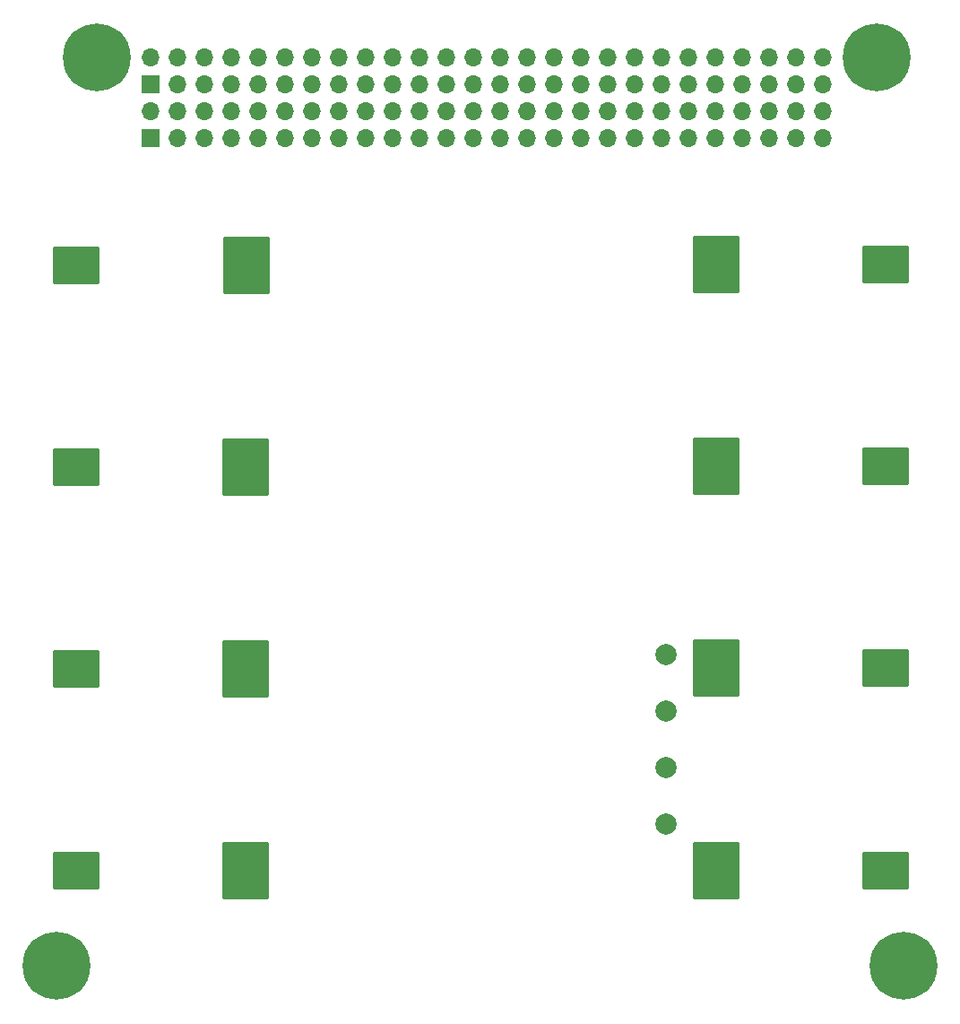
<source format=gbs>
G04 #@! TF.GenerationSoftware,KiCad,Pcbnew,8.0.3*
G04 #@! TF.CreationDate,2025-02-01T16:40:27-06:00*
G04 #@! TF.ProjectId,Batt_Boardv1,42617474-5f42-46f6-9172-6476312e6b69,rev?*
G04 #@! TF.SameCoordinates,Original*
G04 #@! TF.FileFunction,Soldermask,Bot*
G04 #@! TF.FilePolarity,Negative*
%FSLAX46Y46*%
G04 Gerber Fmt 4.6, Leading zero omitted, Abs format (unit mm)*
G04 Created by KiCad (PCBNEW 8.0.3) date 2025-02-01 16:40:27*
%MOMM*%
%LPD*%
G01*
G04 APERTURE LIST*
G04 Aperture macros list*
%AMRoundRect*
0 Rectangle with rounded corners*
0 $1 Rounding radius*
0 $2 $3 $4 $5 $6 $7 $8 $9 X,Y pos of 4 corners*
0 Add a 4 corners polygon primitive as box body*
4,1,4,$2,$3,$4,$5,$6,$7,$8,$9,$2,$3,0*
0 Add four circle primitives for the rounded corners*
1,1,$1+$1,$2,$3*
1,1,$1+$1,$4,$5*
1,1,$1+$1,$6,$7*
1,1,$1+$1,$8,$9*
0 Add four rect primitives between the rounded corners*
20,1,$1+$1,$2,$3,$4,$5,0*
20,1,$1+$1,$4,$5,$6,$7,0*
20,1,$1+$1,$6,$7,$8,$9,0*
20,1,$1+$1,$8,$9,$2,$3,0*%
G04 Aperture macros list end*
%ADD10C,3.600000*%
%ADD11C,6.400000*%
%ADD12C,2.000000*%
%ADD13R,1.700000X1.700000*%
%ADD14O,1.700000X1.700000*%
%ADD15RoundRect,0.102000X2.120000X1.650000X-2.120000X1.650000X-2.120000X-1.650000X2.120000X-1.650000X0*%
%ADD16RoundRect,0.102000X2.120000X2.600000X-2.120000X2.600000X-2.120000X-2.600000X2.120000X-2.600000X0*%
%ADD17RoundRect,0.102000X-2.120000X-2.600000X2.120000X-2.600000X2.120000X2.600000X-2.120000X2.600000X0*%
%ADD18RoundRect,0.102000X-2.120000X-1.650000X2.120000X-1.650000X2.120000X1.650000X-2.120000X1.650000X0*%
G04 APERTURE END LIST*
D10*
X108527800Y-54731000D03*
D11*
X108527800Y-54731000D03*
D10*
X184727800Y-140461000D03*
D11*
X184727800Y-140461000D03*
D12*
X162229800Y-121733732D03*
D10*
X104717800Y-140461000D03*
D11*
X104717800Y-140461000D03*
D12*
X162229800Y-111048800D03*
D13*
X113607800Y-62346000D03*
D14*
X113607800Y-59806000D03*
X116147800Y-62346000D03*
X116147800Y-59806000D03*
X118687800Y-62346000D03*
X118687800Y-59806000D03*
X121227800Y-62346000D03*
X121227800Y-59806000D03*
X123767800Y-62346000D03*
X123767800Y-59806000D03*
X126307800Y-62346000D03*
X126307800Y-59806000D03*
X128847800Y-62346000D03*
X128847800Y-59806000D03*
X131387800Y-62346000D03*
X131387800Y-59806000D03*
X133927800Y-62346000D03*
X133927800Y-59806000D03*
X136467800Y-62346000D03*
X136467800Y-59806000D03*
X139007800Y-62346000D03*
X139007800Y-59806000D03*
X141547800Y-62346000D03*
X141547800Y-59806000D03*
X144087800Y-62346000D03*
X144087800Y-59806000D03*
X146627800Y-62346000D03*
X146627800Y-59806000D03*
X149167800Y-62346000D03*
X149167800Y-59806000D03*
X151707800Y-62346000D03*
X151707800Y-59806000D03*
X154247800Y-62346000D03*
X154247800Y-59806000D03*
X156787800Y-62346000D03*
X156787800Y-59806000D03*
X159327800Y-62346000D03*
X159327800Y-59806000D03*
X161867800Y-62346000D03*
X161867800Y-59806000D03*
X164407800Y-62346000D03*
X164407800Y-59806000D03*
X166947800Y-62346000D03*
X166947800Y-59806000D03*
X169487800Y-62346000D03*
X169487800Y-59806000D03*
X172027800Y-62346000D03*
X172027800Y-59806000D03*
X174567800Y-62346000D03*
X174567800Y-59806000D03*
X177107800Y-62346000D03*
X177107800Y-59806000D03*
D12*
X162229800Y-127076200D03*
D13*
X113607800Y-57266000D03*
D14*
X113607800Y-54726000D03*
X116147800Y-57266000D03*
X116147800Y-54726000D03*
X118687800Y-57266000D03*
X118687800Y-54726000D03*
X121227800Y-57266000D03*
X121227800Y-54726000D03*
X123767800Y-57266000D03*
X123767800Y-54726000D03*
X126307800Y-57266000D03*
X126307800Y-54726000D03*
X128847800Y-57266000D03*
X128847800Y-54726000D03*
X131387800Y-57266000D03*
X131387800Y-54726000D03*
X133927800Y-57266000D03*
X133927800Y-54726000D03*
X136467800Y-57266000D03*
X136467800Y-54726000D03*
X139007800Y-57266000D03*
X139007800Y-54726000D03*
X141547800Y-57266000D03*
X141547800Y-54726000D03*
X144087800Y-57266000D03*
X144087800Y-54726000D03*
X146627800Y-57266000D03*
X146627800Y-54726000D03*
X149167800Y-57266000D03*
X149167800Y-54726000D03*
X151707800Y-57266000D03*
X151707800Y-54726000D03*
X154247800Y-57266000D03*
X154247800Y-54726000D03*
X156787800Y-57266000D03*
X156787800Y-54726000D03*
X159327800Y-57266000D03*
X159327800Y-54726000D03*
X161867800Y-57266000D03*
X161867800Y-54726000D03*
X164407800Y-57266000D03*
X164407800Y-54726000D03*
X166947800Y-57266000D03*
X166947800Y-54726000D03*
X169487800Y-57266000D03*
X169487800Y-54726000D03*
X172027800Y-57266000D03*
X172027800Y-54726000D03*
X174567800Y-57266000D03*
X174567800Y-54726000D03*
X177107800Y-57266000D03*
X177107800Y-54726000D03*
D12*
X162229800Y-116391266D03*
D10*
X182187800Y-54731000D03*
D11*
X182187800Y-54731000D03*
D15*
X106594230Y-74295000D03*
D16*
X122604230Y-74295000D03*
D17*
X167036542Y-74292424D03*
D18*
X183046542Y-74292424D03*
X182993643Y-131445000D03*
D17*
X166983643Y-131445000D03*
D16*
X122551331Y-131447576D03*
D15*
X106541331Y-131447576D03*
D18*
X182995106Y-112392424D03*
D17*
X166985106Y-112392424D03*
D16*
X122552794Y-112395000D03*
D15*
X106542794Y-112395000D03*
D18*
X182980867Y-93342424D03*
D17*
X166970867Y-93342424D03*
D16*
X122538555Y-93345000D03*
D15*
X106528555Y-93345000D03*
M02*

</source>
